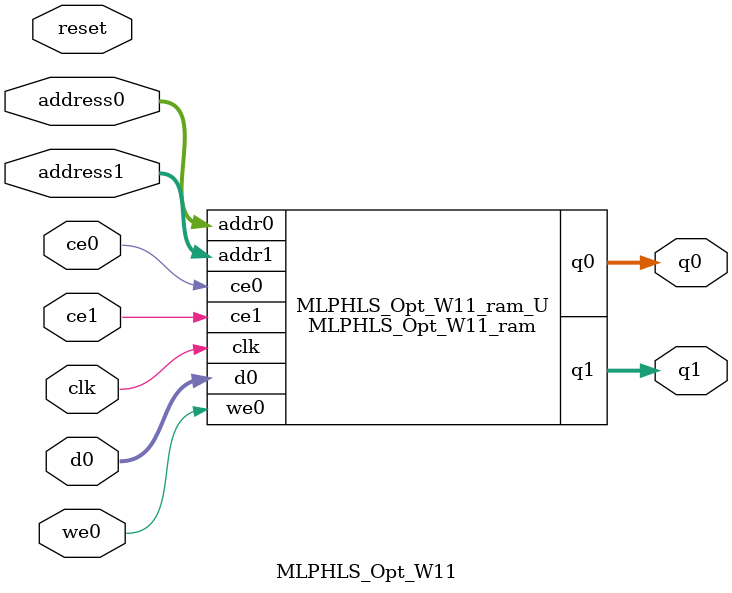
<source format=v>
`timescale 1 ns / 1 ps
module MLPHLS_Opt_W11_ram (addr0, ce0, d0, we0, q0, addr1, ce1, q1,  clk);

parameter DWIDTH = 8;
parameter AWIDTH = 3;
parameter MEM_SIZE = 8;

input[AWIDTH-1:0] addr0;
input ce0;
input[DWIDTH-1:0] d0;
input we0;
output reg[DWIDTH-1:0] q0;
input[AWIDTH-1:0] addr1;
input ce1;
output reg[DWIDTH-1:0] q1;
input clk;

(* ram_style = "distributed" *)reg [DWIDTH-1:0] ram[0:MEM_SIZE-1];




always @(posedge clk)  
begin 
    if (ce0) begin
        if (we0) 
            ram[addr0] <= d0; 
        q0 <= ram[addr0];
    end
end


always @(posedge clk)  
begin 
    if (ce1) begin
        q1 <= ram[addr1];
    end
end


endmodule

`timescale 1 ns / 1 ps
module MLPHLS_Opt_W11(
    reset,
    clk,
    address0,
    ce0,
    we0,
    d0,
    q0,
    address1,
    ce1,
    q1);

parameter DataWidth = 32'd8;
parameter AddressRange = 32'd8;
parameter AddressWidth = 32'd3;
input reset;
input clk;
input[AddressWidth - 1:0] address0;
input ce0;
input we0;
input[DataWidth - 1:0] d0;
output[DataWidth - 1:0] q0;
input[AddressWidth - 1:0] address1;
input ce1;
output[DataWidth - 1:0] q1;



MLPHLS_Opt_W11_ram MLPHLS_Opt_W11_ram_U(
    .clk( clk ),
    .addr0( address0 ),
    .ce0( ce0 ),
    .we0( we0 ),
    .d0( d0 ),
    .q0( q0 ),
    .addr1( address1 ),
    .ce1( ce1 ),
    .q1( q1 ));

endmodule


</source>
